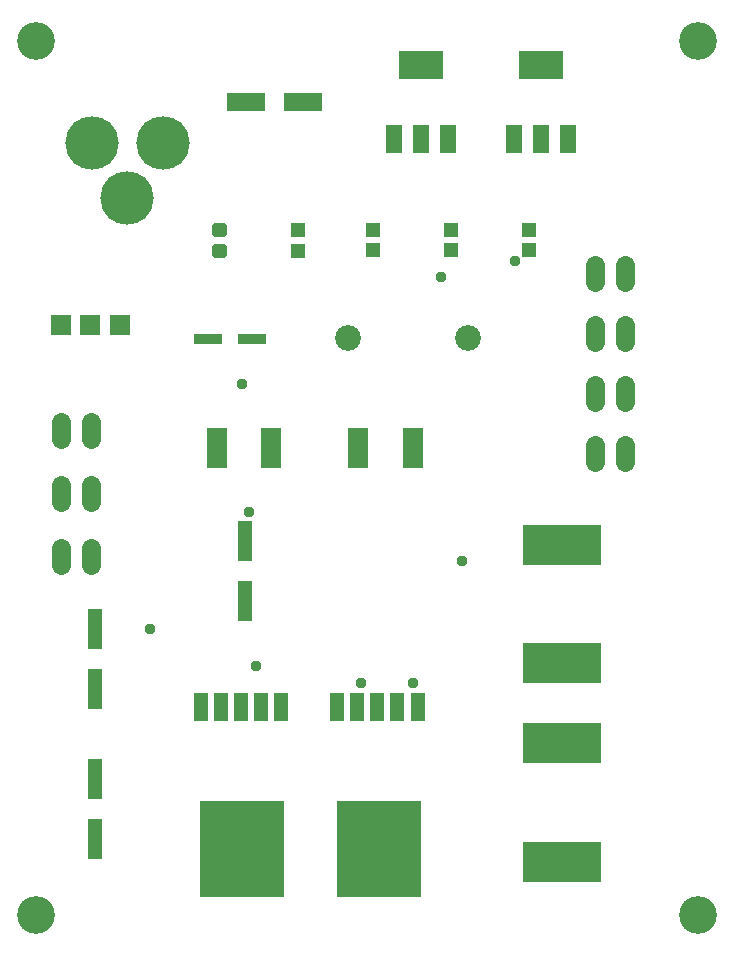
<source format=gbr>
G04 EAGLE Gerber RS-274X export*
G75*
%MOMM*%
%FSLAX34Y34*%
%LPD*%
%INSoldermask Top*%
%IPPOS*%
%AMOC8*
5,1,8,0,0,1.08239X$1,22.5*%
G01*
%ADD10C,3.203200*%
%ADD11R,1.203200X1.303200*%
%ADD12R,3.203200X1.603200*%
%ADD13C,2.184400*%
%ADD14C,0.505344*%
%ADD15C,4.521200*%
%ADD16R,1.422400X2.438400*%
%ADD17R,3.803200X2.403200*%
%ADD18R,2.403200X0.853200*%
%ADD19C,1.625600*%
%ADD20R,1.203200X3.503200*%
%ADD21R,6.654800X3.454400*%
%ADD22R,1.270000X2.387600*%
%ADD23R,7.203200X8.203200*%
%ADD24R,1.703200X3.403200*%
%ADD25R,1.711200X1.711200*%
%ADD26C,0.959600*%


D10*
X30000Y770000D03*
X590000Y770000D03*
X590000Y30000D03*
X30000Y30000D03*
D11*
X447200Y593000D03*
X447200Y610000D03*
X381000Y593000D03*
X381000Y610000D03*
X314800Y593000D03*
X314800Y610000D03*
D12*
X255300Y718500D03*
X207300Y718500D03*
D13*
X395500Y519100D03*
X293900Y519100D03*
D14*
X188590Y596220D02*
X181610Y596220D01*
X188590Y596220D02*
X188590Y589240D01*
X181610Y589240D01*
X181610Y596220D01*
X181610Y594040D02*
X188590Y594040D01*
X188590Y613760D02*
X181610Y613760D01*
X188590Y613760D02*
X188590Y606780D01*
X181610Y606780D01*
X181610Y613760D01*
X181610Y611580D02*
X188590Y611580D01*
D15*
X137000Y683900D03*
X77000Y683900D03*
X107000Y636900D03*
D11*
X251200Y609800D03*
X251200Y592800D03*
D16*
X434086Y687512D03*
X457200Y687512D03*
X480314Y687512D03*
D17*
X457200Y749490D03*
D16*
X332486Y687512D03*
X355600Y687512D03*
X378714Y687512D03*
D17*
X355600Y749490D03*
D18*
X175200Y517900D03*
X212200Y517900D03*
D19*
X76200Y447812D02*
X76200Y433588D01*
X50800Y433588D02*
X50800Y447812D01*
X76200Y394312D02*
X76200Y380088D01*
X50800Y380088D02*
X50800Y394312D01*
X76200Y340812D02*
X76200Y326588D01*
X50800Y326588D02*
X50800Y340812D01*
X528500Y565988D02*
X528500Y580212D01*
X503100Y580212D02*
X503100Y565988D01*
X528500Y529412D02*
X528500Y515188D01*
X503100Y515188D02*
X503100Y529412D01*
X528500Y478612D02*
X528500Y464388D01*
X503100Y464388D02*
X503100Y478612D01*
X528500Y427812D02*
X528500Y413588D01*
X503100Y413588D02*
X503100Y427812D01*
D20*
X206900Y295900D03*
X206900Y346900D03*
X79600Y221600D03*
X79600Y272600D03*
D21*
X475400Y175500D03*
X475400Y75500D03*
X475400Y343300D03*
X475400Y243300D03*
D20*
X79600Y94600D03*
X79600Y145600D03*
D22*
X284700Y206500D03*
X301700Y206500D03*
X318700Y206500D03*
X335700Y206500D03*
X352700Y206500D03*
D23*
X319700Y86500D03*
D22*
X169000Y206500D03*
X186000Y206500D03*
X203000Y206500D03*
X220000Y206500D03*
X237000Y206500D03*
D23*
X204000Y86500D03*
D24*
X182800Y425800D03*
X228800Y425800D03*
X302500Y425600D03*
X348500Y425600D03*
D25*
X50800Y529600D03*
X75800Y529600D03*
X100800Y529600D03*
D26*
X216250Y241250D03*
X203750Y480000D03*
X348750Y226250D03*
X372500Y570000D03*
X210000Y371250D03*
X390000Y330000D03*
X305000Y226250D03*
X126250Y272500D03*
X435000Y583750D03*
M02*

</source>
